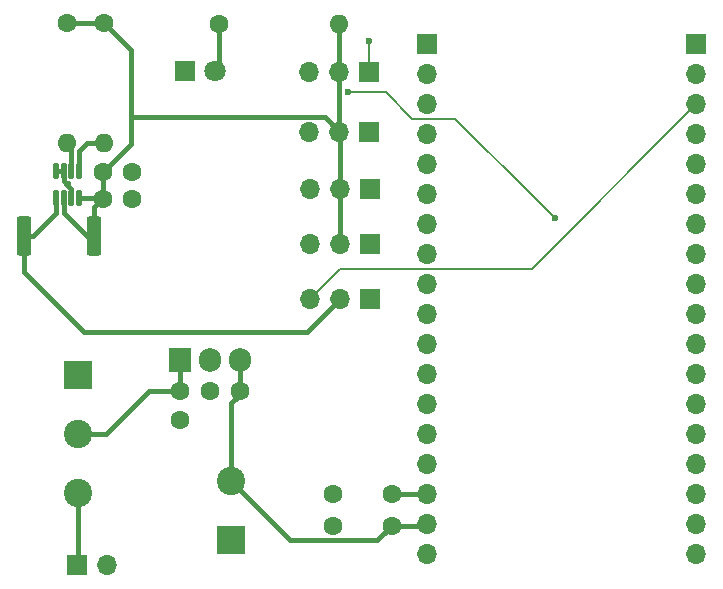
<source format=gbr>
%TF.GenerationSoftware,KiCad,Pcbnew,8.0.2*%
%TF.CreationDate,2025-03-31T19:17:40+02:00*%
%TF.ProjectId,carte_robo_pince,63617274-655f-4726-9f62-6f5f70696e63,rev?*%
%TF.SameCoordinates,Original*%
%TF.FileFunction,Copper,L1,Top*%
%TF.FilePolarity,Positive*%
%FSLAX46Y46*%
G04 Gerber Fmt 4.6, Leading zero omitted, Abs format (unit mm)*
G04 Created by KiCad (PCBNEW 8.0.2) date 2025-03-31 19:17:40*
%MOMM*%
%LPD*%
G01*
G04 APERTURE LIST*
G04 Aperture macros list*
%AMRoundRect*
0 Rectangle with rounded corners*
0 $1 Rounding radius*
0 $2 $3 $4 $5 $6 $7 $8 $9 X,Y pos of 4 corners*
0 Add a 4 corners polygon primitive as box body*
4,1,4,$2,$3,$4,$5,$6,$7,$8,$9,$2,$3,0*
0 Add four circle primitives for the rounded corners*
1,1,$1+$1,$2,$3*
1,1,$1+$1,$4,$5*
1,1,$1+$1,$6,$7*
1,1,$1+$1,$8,$9*
0 Add four rect primitives between the rounded corners*
20,1,$1+$1,$2,$3,$4,$5,0*
20,1,$1+$1,$4,$5,$6,$7,0*
20,1,$1+$1,$6,$7,$8,$9,0*
20,1,$1+$1,$8,$9,$2,$3,0*%
G04 Aperture macros list end*
%TA.AperFunction,ComponentPad*%
%ADD10R,1.700000X1.700000*%
%TD*%
%TA.AperFunction,ComponentPad*%
%ADD11O,1.700000X1.700000*%
%TD*%
%TA.AperFunction,ComponentPad*%
%ADD12C,1.600000*%
%TD*%
%TA.AperFunction,ComponentPad*%
%ADD13O,1.600000X1.600000*%
%TD*%
%TA.AperFunction,ComponentPad*%
%ADD14R,2.400000X2.400000*%
%TD*%
%TA.AperFunction,ComponentPad*%
%ADD15C,2.400000*%
%TD*%
%TA.AperFunction,ComponentPad*%
%ADD16R,1.800000X1.800000*%
%TD*%
%TA.AperFunction,ComponentPad*%
%ADD17C,1.800000*%
%TD*%
%TA.AperFunction,ComponentPad*%
%ADD18R,1.905000X2.000000*%
%TD*%
%TA.AperFunction,ComponentPad*%
%ADD19O,1.905000X2.000000*%
%TD*%
%TA.AperFunction,SMDPad,CuDef*%
%ADD20RoundRect,0.125000X0.125000X-0.537500X0.125000X0.537500X-0.125000X0.537500X-0.125000X-0.537500X0*%
%TD*%
%TA.AperFunction,SMDPad,CuDef*%
%ADD21RoundRect,0.250000X0.362500X1.425000X-0.362500X1.425000X-0.362500X-1.425000X0.362500X-1.425000X0*%
%TD*%
%TA.AperFunction,ViaPad*%
%ADD22C,0.600000*%
%TD*%
%TA.AperFunction,Conductor*%
%ADD23C,0.400000*%
%TD*%
%TA.AperFunction,Conductor*%
%ADD24C,0.200000*%
%TD*%
G04 APERTURE END LIST*
D10*
%TO.P,J3,1,Pin_1*%
%TO.N,GND*%
X113125000Y-76325000D03*
D11*
%TO.P,J3,2,Pin_2*%
%TO.N,/+5V*%
X110585000Y-76325000D03*
%TO.P,J3,3,Pin_3*%
%TO.N,/16_S0*%
X108045000Y-76325000D03*
%TD*%
D10*
%TO.P,J7,1,Pin_1*%
%TO.N,GND*%
X113150000Y-95575000D03*
D11*
%TO.P,J7,2,Pin_2*%
%TO.N,Net-(J7-Pin_2)*%
X110610000Y-95575000D03*
%TO.P,J7,3,Pin_3*%
%TO.N,/4_S5*%
X108070000Y-95575000D03*
%TD*%
D10*
%TO.P,J1,1,Pin_1*%
%TO.N,/SDA*%
X118000000Y-73960000D03*
D11*
%TO.P,J1,2,Pin_2*%
%TO.N,/13_S2*%
X118000000Y-76500000D03*
%TO.P,J1,3,Pin_3*%
%TO.N,unconnected-(J1-Pin_3-Pad3)*%
X118000000Y-79040000D03*
%TO.P,J1,4,Pin_4*%
%TO.N,/14_S3*%
X118000000Y-81580000D03*
%TO.P,J1,5,Pin_5*%
%TO.N,unconnected-(J1-Pin_5-Pad5)*%
X118000000Y-84120000D03*
%TO.P,J1,6,Pin_6*%
%TO.N,unconnected-(J1-Pin_6-Pad6)*%
X118000000Y-86660000D03*
%TO.P,J1,7,Pin_7*%
%TO.N,unconnected-(J1-Pin_7-Pad7)*%
X118000000Y-89200000D03*
%TO.P,J1,8,Pin_8*%
%TO.N,unconnected-(J1-Pin_8-Pad8)*%
X118000000Y-91740000D03*
%TO.P,J1,9,Pin_9*%
%TO.N,unconnected-(J1-Pin_9-Pad9)*%
X118000000Y-94280000D03*
%TO.P,J1,10,Pin_10*%
%TO.N,/35*%
X118000000Y-96820000D03*
%TO.P,J1,11,Pin_11*%
%TO.N,/34*%
X118000000Y-99360000D03*
%TO.P,J1,12,Pin_12*%
%TO.N,/39*%
X118000000Y-101900000D03*
%TO.P,J1,13,Pin_13*%
%TO.N,unconnected-(J1-Pin_13-Pad13)*%
X118000000Y-104440000D03*
%TO.P,J1,14,Pin_14*%
%TO.N,unconnected-(J1-Pin_14-Pad14)*%
X118000000Y-106980000D03*
%TO.P,J1,15,Pin_15*%
%TO.N,/36*%
X118000000Y-109520000D03*
%TO.P,J1,16,Pin_16*%
%TO.N,/+3.3V*%
X118000000Y-112060000D03*
%TO.P,J1,17,Pin_17*%
%TO.N,/+5V*%
X118000000Y-114600000D03*
%TO.P,J1,18,Pin_18*%
%TO.N,GND*%
X118000000Y-117140000D03*
%TD*%
D12*
%TO.P,R1,1*%
%TO.N,Net-(D1-A)*%
X100430000Y-72280000D03*
D13*
%TO.P,R1,2*%
%TO.N,/+5V*%
X110590000Y-72280000D03*
%TD*%
D12*
%TO.P,C3,1*%
%TO.N,Net-(U1-VI)*%
X97050000Y-103325000D03*
%TO.P,C3,2*%
%TO.N,GND*%
X97050000Y-105825000D03*
%TD*%
D10*
%TO.P,BT1,1,+*%
%TO.N,/+8V*%
X88365000Y-118070000D03*
D11*
%TO.P,BT1,2,-*%
%TO.N,GND*%
X90905000Y-118070000D03*
%TD*%
D14*
%TO.P,C4,1*%
%TO.N,GND*%
X101375000Y-115923959D03*
D15*
%TO.P,C4,2*%
%TO.N,/+5V*%
X101375000Y-110923959D03*
%TD*%
D10*
%TO.P,J6,1,Pin_1*%
%TO.N,GND*%
X113150000Y-90875000D03*
D11*
%TO.P,J6,2,Pin_2*%
%TO.N,/+5V*%
X110610000Y-90875000D03*
%TO.P,J6,3,Pin_3*%
%TO.N,/15_S4*%
X108070000Y-90875000D03*
%TD*%
D12*
%TO.P,C1,1*%
%TO.N,/+3.3V*%
X115000000Y-112100000D03*
%TO.P,C1,2*%
%TO.N,GND*%
X110000000Y-112100000D03*
%TD*%
%TO.P,R3,1*%
%TO.N,/+5V*%
X90670000Y-72180000D03*
D13*
%TO.P,R3,2*%
%TO.N,/SCL*%
X90670000Y-82340000D03*
%TD*%
D10*
%TO.P,J4,1,Pin_1*%
%TO.N,GND*%
X113125000Y-81375000D03*
D11*
%TO.P,J4,2,Pin_2*%
%TO.N,/+5V*%
X110585000Y-81375000D03*
%TO.P,J4,3,Pin_3*%
%TO.N,/13_S2*%
X108045000Y-81375000D03*
%TD*%
D12*
%TO.P,C2,1*%
%TO.N,/+5V*%
X115000000Y-114750000D03*
%TO.P,C2,2*%
%TO.N,GND*%
X110000000Y-114750000D03*
%TD*%
D16*
%TO.P,D1,1,K*%
%TO.N,GND*%
X97510000Y-76275000D03*
D17*
%TO.P,D1,2,A*%
%TO.N,Net-(D1-A)*%
X100050000Y-76275000D03*
%TD*%
D10*
%TO.P,J2,1,Pin_1*%
%TO.N,/16_S0*%
X140800000Y-74000000D03*
D11*
%TO.P,J2,2,Pin_2*%
%TO.N,unconnected-(J2-Pin_2-Pad2)*%
X140800000Y-76540000D03*
%TO.P,J2,3,Pin_3*%
%TO.N,/4_S5*%
X140800000Y-79080000D03*
%TO.P,J2,4,Pin_4*%
%TO.N,unconnected-(J2-Pin_4-Pad4)*%
X140800000Y-81620000D03*
%TO.P,J2,5,Pin_5*%
%TO.N,/15_S4*%
X140800000Y-84160000D03*
%TO.P,J2,6,Pin_6*%
%TO.N,unconnected-(J2-Pin_6-Pad6)*%
X140800000Y-86700000D03*
%TO.P,J2,7,Pin_7*%
%TO.N,unconnected-(J2-Pin_7-Pad7)*%
X140800000Y-89240000D03*
%TO.P,J2,8,Pin_8*%
%TO.N,unconnected-(J2-Pin_8-Pad8)*%
X140800000Y-91780000D03*
%TO.P,J2,9,Pin_9*%
%TO.N,unconnected-(J2-Pin_9-Pad9)*%
X140800000Y-94320000D03*
%TO.P,J2,10,Pin_10*%
%TO.N,/SCL*%
X140800000Y-96860000D03*
%TO.P,J2,11,Pin_11*%
%TO.N,unconnected-(J2-Pin_11-Pad11)*%
X140800000Y-99400000D03*
%TO.P,J2,12,Pin_12*%
%TO.N,unconnected-(J2-Pin_12-Pad12)*%
X140800000Y-101940000D03*
%TO.P,J2,13,Pin_13*%
%TO.N,unconnected-(J2-Pin_13-Pad13)*%
X140800000Y-104480000D03*
%TO.P,J2,14,Pin_14*%
%TO.N,unconnected-(J2-Pin_14-Pad14)*%
X140800000Y-107020000D03*
%TO.P,J2,15,Pin_15*%
%TO.N,unconnected-(J2-Pin_15-Pad15)*%
X140800000Y-109560000D03*
%TO.P,J2,16,Pin_16*%
%TO.N,unconnected-(J2-Pin_16-Pad16)*%
X140800000Y-112100000D03*
%TO.P,J2,17,Pin_17*%
%TO.N,unconnected-(J2-Pin_17-Pad17)*%
X140800000Y-114640000D03*
%TO.P,J2,18,Pin_18*%
%TO.N,unconnected-(J2-Pin_18-Pad18)*%
X140800000Y-117180000D03*
%TD*%
D18*
%TO.P,U1,1,VI*%
%TO.N,Net-(U1-VI)*%
X97085000Y-100710000D03*
D19*
%TO.P,U1,2,GND*%
%TO.N,GND*%
X99625000Y-100710000D03*
%TO.P,U1,3,VO*%
%TO.N,/+5V*%
X102165000Y-100710000D03*
%TD*%
D12*
%TO.P,R4,1*%
%TO.N,/+5V*%
X87500000Y-72180000D03*
D13*
%TO.P,R4,2*%
%TO.N,/SDA*%
X87500000Y-82340000D03*
%TD*%
D15*
%TO.P,SW1,1*%
%TO.N,/+8V*%
X88450000Y-111970000D03*
%TO.P,SW1,2*%
%TO.N,Net-(U1-VI)*%
X88450000Y-106970000D03*
D14*
%TO.P,SW1,3*%
%TO.N,N/C*%
X88450000Y-101970000D03*
%TD*%
D12*
%TO.P,C6,1*%
%TO.N,/+5V*%
X90540000Y-87080000D03*
%TO.P,C6,2*%
%TO.N,GND*%
X93040000Y-87080000D03*
%TD*%
D10*
%TO.P,J5,1,Pin_1*%
%TO.N,GND*%
X113150000Y-86250000D03*
D11*
%TO.P,J5,2,Pin_2*%
%TO.N,/+5V*%
X110610000Y-86250000D03*
%TO.P,J5,3,Pin_3*%
%TO.N,/14_S3*%
X108070000Y-86250000D03*
%TD*%
D12*
%TO.P,C7,1*%
%TO.N,/+5V*%
X90550000Y-84790000D03*
%TO.P,C7,2*%
%TO.N,GND*%
X93050000Y-84790000D03*
%TD*%
D20*
%TO.P,U2,1,IN+*%
%TO.N,Net-(J7-Pin_2)*%
X86590000Y-86970000D03*
%TO.P,U2,2,IN-*%
%TO.N,/+5V*%
X87240000Y-86970000D03*
%TO.P,U2,3,GND*%
%TO.N,GND*%
X87890000Y-86970000D03*
%TO.P,U2,4,VS*%
%TO.N,/+5V*%
X88540000Y-86970000D03*
%TO.P,U2,5,SCL*%
%TO.N,/SCL*%
X88540000Y-84695000D03*
%TO.P,U2,6,SDA*%
%TO.N,/SDA*%
X87890000Y-84695000D03*
%TO.P,U2,7,A0*%
%TO.N,GND*%
X87240000Y-84695000D03*
%TO.P,U2,8,A1*%
X86590000Y-84695000D03*
%TD*%
D12*
%TO.P,C5,1*%
%TO.N,/+5V*%
X102125000Y-103350000D03*
%TO.P,C5,2*%
%TO.N,GND*%
X99625000Y-103350000D03*
%TD*%
D21*
%TO.P,R2,1*%
%TO.N,/+5V*%
X89842500Y-90230000D03*
%TO.P,R2,2*%
%TO.N,Net-(J7-Pin_2)*%
X83917500Y-90230000D03*
%TD*%
D22*
%TO.N,GND*%
X113120000Y-73730000D03*
X87568682Y-85839354D03*
%TO.N,/SCL*%
X128820000Y-88720000D03*
X111330000Y-78050000D03*
%TD*%
D23*
%TO.N,GND*%
X87240000Y-84695000D02*
X86590000Y-84695000D01*
X87568682Y-85861318D02*
X87568682Y-85839354D01*
X87554213Y-85875787D02*
X87240000Y-85561574D01*
D24*
X113125000Y-73735000D02*
X113120000Y-73730000D01*
D23*
X87890000Y-86970000D02*
X87890000Y-86211574D01*
X87890000Y-86211574D02*
X87554213Y-85875787D01*
X87240000Y-85561574D02*
X87240000Y-84695000D01*
D24*
X113125000Y-76325000D02*
X113125000Y-73735000D01*
D23*
X87554213Y-85875787D02*
X87568682Y-85861318D01*
%TO.N,/+3.3V*%
X118000000Y-112060000D02*
X115040000Y-112060000D01*
X115040000Y-112060000D02*
X115000000Y-112100000D01*
%TO.N,/+5V*%
X88540000Y-86970000D02*
X90430000Y-86970000D01*
X89842500Y-87777500D02*
X90540000Y-87080000D01*
X110610000Y-90875000D02*
X110610000Y-86250000D01*
X89842500Y-90230000D02*
X89842500Y-87777500D01*
X104001041Y-113550000D02*
X104001041Y-113551041D01*
X113800000Y-115950000D02*
X115000000Y-114750000D01*
X92940000Y-80220000D02*
X92940000Y-74450000D01*
X92940000Y-74450000D02*
X90670000Y-72180000D01*
X89230000Y-90230000D02*
X89842500Y-90230000D01*
X90550000Y-84790000D02*
X92940000Y-82400000D01*
X117850000Y-114750000D02*
X118000000Y-114600000D01*
X90540000Y-87080000D02*
X90540000Y-84800000D01*
X106400000Y-115950000D02*
X113800000Y-115950000D01*
X101375000Y-104395000D02*
X101375000Y-110923959D01*
X110585000Y-76325000D02*
X110585000Y-81375000D01*
X110585000Y-75995000D02*
X110585000Y-76325000D01*
X115000000Y-114750000D02*
X117850000Y-114750000D01*
X102125000Y-100750000D02*
X102165000Y-100710000D01*
X110590000Y-72280000D02*
X110590000Y-75990000D01*
X109335000Y-80125000D02*
X110585000Y-81375000D01*
X102125000Y-103645000D02*
X101375000Y-104395000D01*
X92940000Y-82400000D02*
X92940000Y-80220000D01*
X90540000Y-84800000D02*
X90550000Y-84790000D01*
X104001041Y-113551041D02*
X106400000Y-115950000D01*
X90430000Y-86970000D02*
X90540000Y-87080000D01*
X110590000Y-75990000D02*
X110585000Y-75995000D01*
X102125000Y-103350000D02*
X102125000Y-100750000D01*
X87240000Y-86970000D02*
X87240000Y-88240000D01*
X101375000Y-110923959D02*
X104001041Y-113550000D01*
X102125000Y-103350000D02*
X102125000Y-103645000D01*
X87240000Y-88240000D02*
X89230000Y-90230000D01*
X110610000Y-86250000D02*
X110610000Y-81400000D01*
X110610000Y-81400000D02*
X110585000Y-81375000D01*
X93035000Y-80125000D02*
X109335000Y-80125000D01*
X92940000Y-80220000D02*
X93035000Y-80125000D01*
X87500000Y-72180000D02*
X90670000Y-72180000D01*
D24*
%TO.N,/4_S5*%
X108070000Y-95575000D02*
X110625000Y-93020000D01*
X126860000Y-93020000D02*
X140800000Y-79080000D01*
X110625000Y-93020000D02*
X126860000Y-93020000D01*
D23*
%TO.N,/+8V*%
X88450000Y-111970000D02*
X88450000Y-117985000D01*
X88450000Y-117985000D02*
X88365000Y-118070000D01*
%TO.N,Net-(U1-VI)*%
X97050000Y-103325000D02*
X97050000Y-100745000D01*
X94455000Y-103325000D02*
X97050000Y-103325000D01*
X90810000Y-106970000D02*
X94455000Y-103325000D01*
X88450000Y-106970000D02*
X90810000Y-106970000D01*
X97050000Y-100745000D02*
X97085000Y-100710000D01*
%TO.N,Net-(D1-A)*%
X100145000Y-76275000D02*
X100050000Y-76275000D01*
X100430000Y-72280000D02*
X100430000Y-75990000D01*
X100430000Y-75990000D02*
X100145000Y-76275000D01*
%TO.N,Net-(J7-Pin_2)*%
X83917500Y-93267500D02*
X88980000Y-98330000D01*
X86590000Y-88310000D02*
X84670000Y-90230000D01*
X107855000Y-98330000D02*
X110610000Y-95575000D01*
X84670000Y-90230000D02*
X83917500Y-90230000D01*
X86590000Y-86970000D02*
X86590000Y-88310000D01*
X88980000Y-98330000D02*
X107855000Y-98330000D01*
X83917500Y-90230000D02*
X83917500Y-93267500D01*
D24*
%TO.N,/SCL*%
X128820000Y-88720000D02*
X128820000Y-88710000D01*
X120400000Y-80290000D02*
X116730000Y-80290000D01*
X128820000Y-88710000D02*
X127130000Y-87020000D01*
X127130000Y-87020000D02*
X120400000Y-80290000D01*
X114490000Y-78050000D02*
X111330000Y-78050000D01*
X116730000Y-80290000D02*
X114490000Y-78050000D01*
D23*
X88540000Y-83000000D02*
X88540000Y-84695000D01*
X89200000Y-82340000D02*
X88540000Y-83000000D01*
X90670000Y-82340000D02*
X89200000Y-82340000D01*
%TO.N,/SDA*%
X87890000Y-84695000D02*
X87890000Y-82730000D01*
X87890000Y-82730000D02*
X87500000Y-82340000D01*
%TD*%
M02*

</source>
